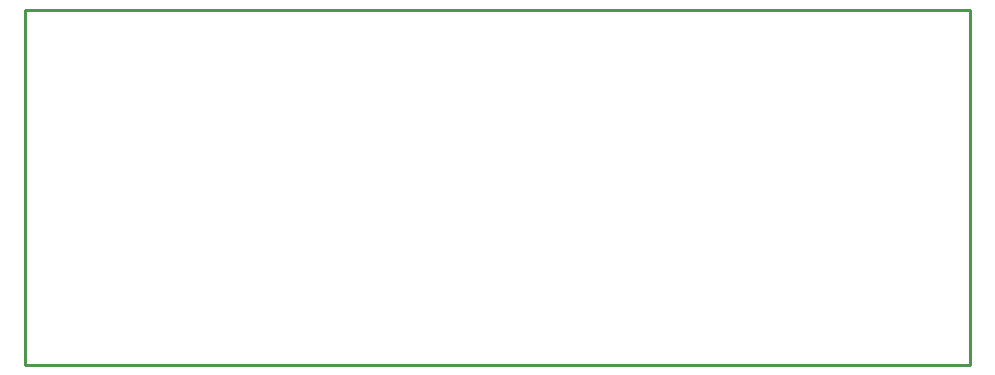
<source format=gm1>
%FSLAX25Y25*%
%MOIN*%
G70*
G01*
G75*
G04 Layer_Color=16711935*
%ADD10C,0.02000*%
%ADD11C,0.06299*%
%ADD12C,0.06000*%
%ADD13C,0.05906*%
%ADD14C,0.10000*%
%ADD15C,0.00500*%
%ADD16C,0.00787*%
%ADD17C,0.01000*%
%ADD18C,0.07099*%
%ADD19C,0.06800*%
%ADD20C,0.06706*%
%ADD21C,0.10800*%
D17*
X0Y0D02*
X314961D01*
Y118110D01*
X0D02*
X314961D01*
X0Y0D02*
Y118110D01*
M02*

</source>
